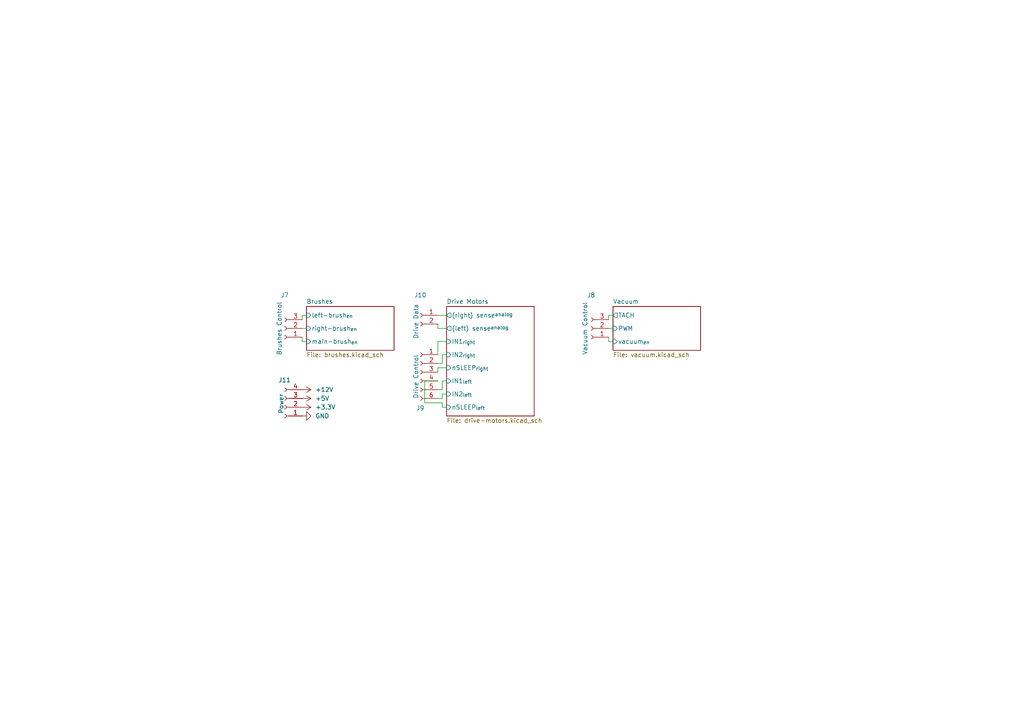
<source format=kicad_sch>
(kicad_sch (version 20231120) (generator "eeschema") (generator_version "8.0")
  (paper "A4")
  (title_block (title "DRV8212P Motor Driver Development Board") (date "2024-08-19") (rev "v0.2") (company "Karl Wünsche"))
  (lib_symbols
    (symbol "Connector:Conn_01x02_Socket" (pin_names (offset 1.016) hide)
      (property "Reference" "J" (at 0 2.54 0))
      (property "Value" "Conn_01x02_Socket" (at 0 -5.08 0))
      (symbol "Conn_01x02_Socket_1_1"
        (arc (start 0 -2.032) (mid -0.5058 -2.54) (end 0 -3.048) (stroke (width 0.1524)))
        (polyline (pts (xy -1.27 -2.54) (xy -0.508 -2.54)) (stroke (width 0.1524)))
        (polyline (pts (xy -1.27 0) (xy -0.508 0)) (stroke (width 0.1524)))
        (arc (start 0 0.508) (mid -0.5058 0) (end 0 -0.508) (stroke (width 0.1524)))
        (pin passive line (at -5.08 0 0) (length 3.81) (name "Pin_1") (number "1"))
        (pin passive line (at -5.08 -2.54 0) (length 3.81) (name "Pin_2") (number "2"))
      )
    )
    (symbol "Connector:Conn_01x03_Socket" (pin_names (offset 1.016) hide)
      (property "Reference" "J" (at 0 5.08 0))
      (property "Value" "Conn_01x03_Socket" (at 0 -5.08 0))
      (symbol "Conn_01x03_Socket_1_1"
        (arc (start 0 -2.032) (mid -0.5058 -2.54) (end 0 -3.048) (stroke (width 0.1524)))
        (polyline (pts (xy -1.27 -2.54) (xy -0.508 -2.54)) (stroke (width 0.1524)))
        (polyline (pts (xy -1.27 0) (xy -0.508 0)) (stroke (width 0.1524)))
        (polyline (pts (xy -1.27 2.54) (xy -0.508 2.54)) (stroke (width 0.1524)))
        (arc (start 0 0.508) (mid -0.5058 0) (end 0 -0.508) (stroke (width 0.1524)))
        (arc (start 0 3.048) (mid -0.5058 2.54) (end 0 2.032) (stroke (width 0.1524)))
        (pin passive line (at -5.08 2.54 0) (length 3.81) (name "Pin_1") (number "1"))
        (pin passive line (at -5.08 0 0) (length 3.81) (name "Pin_2") (number "2"))
        (pin passive line (at -5.08 -2.54 0) (length 3.81) (name "Pin_3") (number "3"))
      )
    )
    (symbol "Connector:Conn_01x04_Socket" (pin_names (offset 1.016) hide)
      (property "Reference" "J" (at 0 5.08 0))
      (property "Value" "Conn_01x04_Socket" (at 0 -7.62 0))
      (symbol "Conn_01x04_Socket_1_1"
        (arc (start 0 -4.572) (mid -0.5058 -5.08) (end 0 -5.588) (stroke (width 0.1524)))
        (arc (start 0 -2.032) (mid -0.5058 -2.54) (end 0 -3.048) (stroke (width 0.1524)))
        (polyline (pts (xy -1.27 -5.08) (xy -0.508 -5.08)) (stroke (width 0.1524)))
        (polyline (pts (xy -1.27 -2.54) (xy -0.508 -2.54)) (stroke (width 0.1524)))
        (polyline (pts (xy -1.27 0) (xy -0.508 0)) (stroke (width 0.1524)))
        (polyline (pts (xy -1.27 2.54) (xy -0.508 2.54)) (stroke (width 0.1524)))
        (arc (start 0 0.508) (mid -0.5058 0) (end 0 -0.508) (stroke (width 0.1524)))
        (arc (start 0 3.048) (mid -0.5058 2.54) (end 0 2.032) (stroke (width 0.1524)))
        (pin passive line (at -5.08 2.54 0) (length 3.81) (name "Pin_1") (number "1"))
        (pin passive line (at -5.08 0 0) (length 3.81) (name "Pin_2") (number "2"))
        (pin passive line (at -5.08 -2.54 0) (length 3.81) (name "Pin_3") (number "3"))
        (pin passive line (at -5.08 -5.08 0) (length 3.81) (name "Pin_4") (number "4"))
      )
    )
    (symbol "Connector:Conn_01x06_Socket" (pin_names (offset 1.016) hide)
      (property "Reference" "J" (at 0 7.62 0))
      (property "Value" "Conn_01x06_Socket" (at 0 -10.16 0))
      (symbol "Conn_01x06_Socket_1_1"
        (arc (start 0 -7.112) (mid -0.5058 -7.62) (end 0 -8.128) (stroke (width 0.1524)))
        (arc (start 0 -4.572) (mid -0.5058 -5.08) (end 0 -5.588) (stroke (width 0.1524)))
        (arc (start 0 -2.032) (mid -0.5058 -2.54) (end 0 -3.048) (stroke (width 0.1524)))
        (polyline (pts (xy -1.27 -7.62) (xy -0.508 -7.62)) (stroke (width 0.1524)))
        (polyline (pts (xy -1.27 -5.08) (xy -0.508 -5.08)) (stroke (width 0.1524)))
        (polyline (pts (xy -1.27 -2.54) (xy -0.508 -2.54)) (stroke (width 0.1524)))
        (polyline (pts (xy -1.27 0) (xy -0.508 0)) (stroke (width 0.1524)))
        (polyline (pts (xy -1.27 2.54) (xy -0.508 2.54)) (stroke (width 0.1524)))
        (polyline (pts (xy -1.27 5.08) (xy -0.508 5.08)) (stroke (width 0.1524)))
        (arc (start 0 0.508) (mid -0.5058 0) (end 0 -0.508) (stroke (width 0.1524)))
        (arc (start 0 3.048) (mid -0.5058 2.54) (end 0 2.032) (stroke (width 0.1524)))
        (arc (start 0 5.588) (mid -0.5058 5.08) (end 0 4.572) (stroke (width 0.1524)))
        (pin passive line (at -5.08 5.08 0) (length 3.81) (name "Pin_1") (number "1"))
        (pin passive line (at -5.08 2.54 0) (length 3.81) (name "Pin_2") (number "2"))
        (pin passive line (at -5.08 0 0) (length 3.81) (name "Pin_3") (number "3"))
        (pin passive line (at -5.08 -2.54 0) (length 3.81) (name "Pin_4") (number "4"))
        (pin passive line (at -5.08 -5.08 0) (length 3.81) (name "Pin_5") (number "5"))
        (pin passive line (at -5.08 -7.62 0) (length 3.81) (name "Pin_6") (number "6"))
      )
    )
    (symbol "power:+12V" (power) (pin_numbers hide) (pin_names (offset 0) hide)
      (property "Value" "+12V" (at 0 3.556 0))
      (symbol "+12V_0_1"
        (polyline (pts (xy -0.762 1.27) (xy 0 2.54)))
        (polyline (pts (xy 0 0) (xy 0 2.54)))
        (polyline (pts (xy 0 2.54) (xy 0.762 1.27)))
      )
      (symbol "+12V_1_1"
        (pin power_in line (at 0 0 90) (length 0) (name "~") (number "1"))
      )
    )
    (symbol "power:+3.3V" (power) (pin_numbers hide) (pin_names (offset 0) hide)
      (property "Value" "+3.3V" (at 0 3.556 0))
      (symbol "+3.3V_0_1"
        (polyline (pts (xy -0.762 1.27) (xy 0 2.54)))
        (polyline (pts (xy 0 0) (xy 0 2.54)))
        (polyline (pts (xy 0 2.54) (xy 0.762 1.27)))
      )
      (symbol "+3.3V_1_1"
        (pin power_in line (at 0 0 90) (length 0) (name "~") (number "1"))
      )
    )
    (symbol "power:+5V" (power) (pin_numbers hide) (pin_names (offset 0) hide)
      (property "Value" "+5V" (at 0 3.556 0))
      (symbol "+5V_0_1"
        (polyline (pts (xy -0.762 1.27) (xy 0 2.54)))
        (polyline (pts (xy 0 0) (xy 0 2.54)))
        (polyline (pts (xy 0 2.54) (xy 0.762 1.27)))
      )
      (symbol "+5V_1_1"
        (pin power_in line (at 0 0 90) (length 0) (name "~") (number "1"))
      )
    )
    (symbol "power:GND" (power) (pin_numbers hide) (pin_names (offset 0) hide)
      (property "Value" "GND" (at 0 -3.81 0))
      (symbol "GND_0_1"
        (polyline (pts (xy 0 0) (xy 0 -1.27) (xy 1.27 -1.27) (xy 0 -2.54) (xy -1.27 -1.27) (xy 0 -1.27)))
      )
      (symbol "GND_1_1"
        (pin power_in line (at 0 0 270) (length 0) (name "~") (number "1"))
      )
    )
  )
  (wire (pts (xy 128.27 113.03) (xy 128.27 110.49)))
  (wire (pts (xy 129.54 99.06) (xy 127 99.06)))
  (wire (pts (xy 127 99.06) (xy 127 102.87)))
  (wire (pts (xy 123.19 110.49) (xy 123.19 116.84)))
  (wire (pts (xy 176.53 99.06) (xy 176.53 97.79)))
  (wire (pts (xy 128.27 102.87) (xy 128.27 105.41)))
  (wire (pts (xy 127 106.68) (xy 127 107.95)))
  (wire (pts (xy 177.8 99.06) (xy 176.53 99.06)))
  (wire (pts (xy 87.63 99.06) (xy 88.9 99.06)))
  (wire (pts (xy 176.53 95.25) (xy 177.8 95.25)))
  (wire (pts (xy 123.19 110.49) (xy 127 110.49)))
  (wire (pts (xy 87.63 91.44) (xy 88.9 91.44)))
  (wire (pts (xy 127 91.44) (xy 129.54 91.44)))
  (wire (pts (xy 123.19 116.84) (xy 128.27 116.84)))
  (wire (pts (xy 177.8 91.44) (xy 176.53 91.44)))
  (wire (pts (xy 127 95.25) (xy 129.54 95.25)))
  (wire (pts (xy 127 113.03) (xy 128.27 113.03)))
  (wire (pts (xy 128.27 114.3) (xy 129.54 114.3)))
  (wire (pts (xy 129.54 102.87) (xy 128.27 102.87)))
  (wire (pts (xy 87.63 95.25) (xy 88.9 95.25)))
  (wire (pts (xy 129.54 106.68) (xy 127 106.68)))
  (wire (pts (xy 176.53 91.44) (xy 176.53 92.71)))
  (wire (pts (xy 87.63 97.79) (xy 87.63 99.06)))
  (wire (pts (xy 128.27 118.11) (xy 129.54 118.11)))
  (wire (pts (xy 128.27 115.57) (xy 128.27 114.3)))
  (wire (pts (xy 127 115.57) (xy 128.27 115.57)))
  (wire (pts (xy 87.63 92.71) (xy 87.63 91.44)))
  (wire (pts (xy 128.27 105.41) (xy 127 105.41)))
  (wire (pts (xy 128.27 116.84) (xy 128.27 118.11)))
  (wire (pts (xy 127 93.98) (xy 127 95.25)))
  (wire (pts (xy 128.27 110.49) (xy 129.54 110.49)))
  (symbol (lib_id "Connector:Conn_01x04_Socket") (at 82.55 118.11 180) (unit 1)
    (property "Reference" "J11" (at 82.55 110.236 0))
    (property "Value" "Power" (at 81.534 117.094 90))
    (property "Footprint" "Connector_JST:JST_PH_B4B-PH-K_1x04_P2.00mm_Vertical" (effects (hide yes)))
    (property "Description" "Generic connector, single row, 01x04, script generated" (effects (hide yes)))
  )
  (symbol (lib_id "power:GND") (at 87.63 120.65 90) (unit 1)
    (property "Reference" "#PWR035" (effects (hide yes)))
    (property "Value" "GND" (at 91.44 120.6499 90) (effects (justify right)))
    (property "Description" "Power symbol creates a global label with name \"GND\" , ground" (effects (hide yes)))
  )
  (symbol (lib_id "Connector:Conn_01x06_Socket") (at 121.92 107.95 0) (mirror y) (unit 1)
    (property "Reference" "J9" (at 121.92 118.364 0))
    (property "Value" "Drive Control" (at 120.65 109.22 90))
    (property "Footprint" "Connector_JST:JST_PH_B6B-PH-K_1x06_P2.00mm_Vertical" (effects (hide yes)))
    (property "Description" "Generic connector, single row, 01x06, script generated" (effects (hide yes)))
  )
  (symbol (lib_id "power:+12V") (at 87.63 113.03 270) (unit 1)
    (property "Reference" "#PWR038" (effects (hide yes)))
    (property "Value" "+12V" (at 91.44 113.0299 90) (effects (justify left)))
    (property "Description" "Power symbol creates a global label with name \"+12V\"" (effects (hide yes)))
  )
  (symbol (lib_id "power:+3.3V") (at 87.63 118.11 270) (unit 1)
    (property "Reference" "#PWR036" (effects (hide yes)))
    (property "Value" "+3.3V" (at 91.44 118.1099 90) (effects (justify left)))
    (property "Description" "Power symbol creates a global label with name \"+3.3V\"" (effects (hide yes)))
  )
  (symbol (lib_id "Connector:Conn_01x03_Socket") (at 171.45 95.25 180) (unit 1)
    (property "Reference" "J8" (at 171.45 85.598 0))
    (property "Value" "Vacuum Control" (at 169.672 95.25 90))
    (property "Footprint" "Connector_JST:JST_PH_B3B-PH-K_1x03_P2.00mm_Vertical" (effects (hide yes)))
    (property "Description" "Generic connector, single row, 01x03, script generated" (effects (hide yes)))
  )
  (symbol (lib_id "Connector:Conn_01x02_Socket") (at 121.92 91.44 0) (mirror y) (unit 1)
    (property "Reference" "J10" (at 121.92 85.598 0))
    (property "Value" "Drive Data" (at 120.65 93.218 90))
    (property "Footprint" "Connector_JST:JST_PH_B2B-PH-K_1x02_P2.00mm_Vertical" (effects (hide yes)))
    (property "Description" "Generic connector, single row, 01x02, script generated" (effects (hide yes)))
  )
  (symbol (lib_id "power:+5V") (at 87.63 115.57 270) (unit 1)
    (property "Reference" "#PWR037" (effects (hide yes)))
    (property "Value" "+5V" (at 91.44 115.5699 90) (effects (justify left)))
    (property "Description" "Power symbol creates a global label with name \"+5V\"" (effects (hide yes)))
  )
  (symbol (lib_id "Connector:Conn_01x03_Socket") (at 82.55 95.25 180) (unit 1)
    (property "Reference" "J7" (at 82.55 85.598 0))
    (property "Value" "Brushes Control" (at 81.026 95.25 90))
    (property "Footprint" "Connector_JST:JST_PH_B3B-PH-K_1x03_P2.00mm_Vertical" (effects (hide yes)))
    (property "Description" "Generic connector, single row, 01x03, script generated" (effects (hide yes)))
  )
  (sheet (at 129.54 88.9) (size 25.4 31.75) (stroke (width 0.1524))
    (property "Sheetname" "Drive Motors" (at 129.54 88.1884 0) (effects (justify left bottom)))
    (property "Sheetfile" "drive-motors.kicad_sch" (at 129.54 121.2346 0) (effects (justify left top)))
    (pin "(right) sense^{analog}" output (at 129.54 91.44 180))
    (pin "(left) sense^{analog}" output (at 129.54 95.25 180))
    (pin "IN1_{right}" input (at 129.54 99.06 180))
    (pin "IN2_{left}" input (at 129.54 114.3 180))
    (pin "IN2_{right}" input (at 129.54 102.87 180))
    (pin "nSLEEP_{left}" input (at 129.54 118.11 180))
    (pin "nSLEEP_{right}" input (at 129.54 106.68 180))
    (pin "IN1_{left}" input (at 129.54 110.49 180))
  )
  (sheet (at 177.8 88.9) (size 25.4 12.7) (stroke (width 0.1524))
    (property "Sheetname" "Vacuum" (at 177.8 88.1884 0) (effects (justify left bottom)))
    (property "Sheetfile" "vacuum.kicad_sch" (at 177.8 102.1846 0) (effects (justify left top)))
    (pin "TACH" output (at 177.8 91.44 180))
    (pin "PWM" input (at 177.8 95.25 180))
    (pin "vacuum_{en}" input (at 177.8 99.06 180))
  )
  (sheet (at 88.9 88.9) (size 25.4 12.7) (stroke (width 0.1524))
    (property "Sheetname" "Brushes" (at 88.9 88.1884 0) (effects (justify left bottom)))
    (property "Sheetfile" "brushes.kicad_sch" (at 88.9 102.1846 0) (effects (justify left top)))
    (pin "main-brush_{en}" input (at 88.9 99.06 180))
    (pin "right-brush_{en}" input (at 88.9 95.25 180))
    (pin "left-brush_{en}" input (at 88.9 91.44 180))
  )
)
</source>
